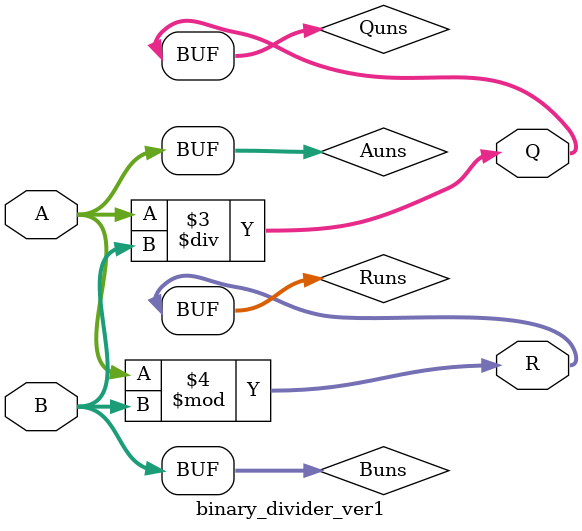
<source format=v>
module binary_divider_ver1 #(
  parameter size = 8
)(
  input wire [size-1:0] A,
  input wire [size-1:0] B,
  output wire [size-1:0] Q,
  output wire [size-1:0] R
);

  // 중간 신호
  reg [size-1:0] Auns, Buns, Quns, Runs;

  // 입력을 부호 없는 값으로 변환
  always @(*) begin
    Auns = A;
    Buns = B;
  end

  // 나눗셈 수행
  always @(*) begin
    Quns = Auns / Buns;
    Runs = Auns % Buns;
  end

  // 결과 출력
  assign Q = Quns;
  assign R = Runs;

endmodule

</source>
